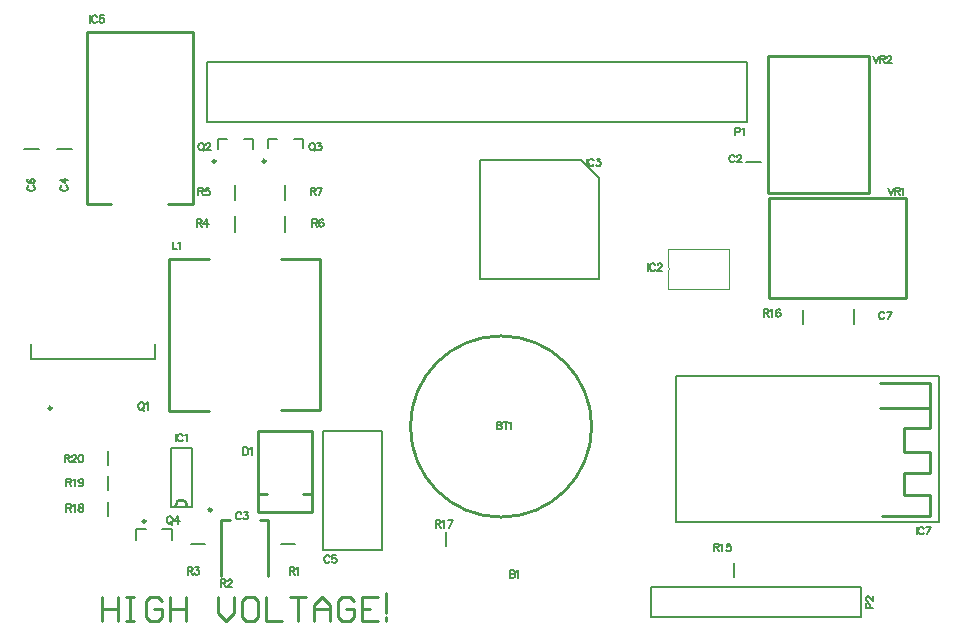
<source format=gto>
G04*
G04 #@! TF.GenerationSoftware,Altium Limited,Altium Designer,18.1.11 (251)*
G04*
G04 Layer_Color=65535*
%FSLAX25Y25*%
%MOIN*%
G70*
G01*
G75*
%ADD10C,0.00984*%
%ADD11C,0.01000*%
%ADD12C,0.00394*%
%ADD13C,0.00787*%
%ADD14C,0.00500*%
D10*
X287930Y336315D02*
G03*
X287930Y336315I-492J0D01*
G01*
X309941Y340154D02*
G03*
X309941Y340154I-492J0D01*
G01*
X311238Y456323D02*
G03*
X311238Y456323I-492J0D01*
G01*
X327906Y456374D02*
G03*
X327906Y456374I-492J0D01*
G01*
X256661Y374031D02*
G03*
X256661Y374031I-492J0D01*
G01*
D11*
X301685Y341600D02*
G03*
X298000Y341600I-1843J0D01*
G01*
X436620Y367922D02*
G03*
X436620Y367922I-30208J0D01*
G01*
X495665Y410626D02*
X541335D01*
X495665Y444091D02*
X541335D01*
Y410626D02*
Y444091D01*
X495665Y410626D02*
Y444091D01*
X340500Y345500D02*
X343500D01*
X325500D02*
X328500D01*
X343500Y339500D02*
Y366450D01*
X334000D02*
X343500D01*
X325500Y339500D02*
Y366450D01*
X334000D01*
X325500Y339500D02*
X343500D01*
X333000Y373303D02*
X346197D01*
X333000Y423803D02*
X346197D01*
Y373303D02*
Y423803D01*
X295803Y373197D02*
Y423697D01*
Y373197D02*
X309000D01*
X295803Y423697D02*
X309000D01*
X325921Y336752D02*
X328874D01*
Y318248D02*
Y336752D01*
X313126Y318248D02*
Y336752D01*
X316079D01*
X495476Y491270D02*
X528941D01*
X495476Y445601D02*
X528941D01*
Y491270D01*
X495476Y445601D02*
Y491270D01*
X268284Y442000D02*
Y499315D01*
X303716D02*
X303716Y442000D01*
X268284Y499315D02*
X303716D01*
X268284Y442000D02*
X276500D01*
X295500D02*
X303716D01*
X532874Y382492D02*
X549374D01*
Y367492D02*
Y382492D01*
X540874Y367492D02*
X549374D01*
X540874Y359492D02*
Y367492D01*
Y359492D02*
X549374D01*
Y352492D02*
Y359492D01*
X540874Y352492D02*
X549374D01*
X540874Y344992D02*
Y352492D01*
Y344992D02*
X549374D01*
Y337992D02*
Y344992D01*
X534374Y337992D02*
X549374D01*
X533374D02*
X534374D01*
X532874Y373992D02*
X549374D01*
X273500Y310997D02*
Y303000D01*
Y306999D01*
X278832D01*
Y310997D01*
Y303000D01*
X281497Y310997D02*
X284163D01*
X282830D01*
Y303000D01*
X281497D01*
X284163D01*
X293494Y309665D02*
X292161Y310997D01*
X289495D01*
X288162Y309665D01*
Y304333D01*
X289495Y303000D01*
X292161D01*
X293494Y304333D01*
Y306999D01*
X290828D01*
X296159Y310997D02*
Y303000D01*
Y306999D01*
X301491D01*
Y310997D01*
Y303000D01*
X312154Y310997D02*
Y305666D01*
X314820Y303000D01*
X317486Y305666D01*
Y310997D01*
X324150D02*
X321484D01*
X320152Y309665D01*
Y304333D01*
X321484Y303000D01*
X324150D01*
X325483Y304333D01*
Y309665D01*
X324150Y310997D01*
X328149D02*
Y303000D01*
X333481D01*
X336146Y310997D02*
X341478D01*
X338812D01*
Y303000D01*
X344144D02*
Y308332D01*
X346810Y310997D01*
X349475Y308332D01*
Y303000D01*
Y306999D01*
X344144D01*
X357473Y309665D02*
X356140Y310997D01*
X353474D01*
X352141Y309665D01*
Y304333D01*
X353474Y303000D01*
X356140D01*
X357473Y304333D01*
Y306999D01*
X354807D01*
X365470Y310997D02*
X360139D01*
Y303000D01*
X365470D01*
X360139Y306999D02*
X362804D01*
X368136Y305666D02*
Y312330D01*
Y304333D02*
Y303000D01*
D12*
X461984Y419789D02*
G03*
X461984Y421068I0J640D01*
G01*
Y413677D02*
Y419789D01*
Y421068D02*
Y427181D01*
X482457D01*
Y413677D02*
Y427181D01*
X461984Y413677D02*
X482457D01*
D13*
X507000Y402138D02*
Y406862D01*
X524000Y401941D02*
Y407059D01*
X388000Y328138D02*
Y332862D01*
X484000Y317638D02*
Y322362D01*
X293540Y333756D02*
X296690D01*
Y330213D02*
Y333756D01*
X284879D02*
X288028D01*
X284879Y330213D02*
Y333756D01*
X275500Y355016D02*
Y359740D01*
X275500Y346638D02*
Y351362D01*
X275500Y338138D02*
Y342862D01*
X303543Y341158D02*
Y360842D01*
X296457Y341158D02*
Y360842D01*
Y341158D02*
X303543D01*
X296457Y360842D02*
X303543D01*
X333138Y328878D02*
X337862D01*
X347158Y326618D02*
X357000D01*
X347158D02*
Y366382D01*
X366843D01*
Y326618D02*
Y366382D01*
X357000Y326618D02*
X366843D01*
X303138Y328878D02*
X307862D01*
X456500Y304500D02*
X526500D01*
Y314500D01*
X456500D02*
X526500D01*
X456500Y304500D02*
Y314500D01*
X464874Y384768D02*
X552374D01*
X464874Y336224D02*
Y384768D01*
Y336224D02*
X552374D01*
Y348360D02*
Y372632D01*
Y384768D01*
Y336224D02*
Y348992D01*
X487941Y456000D02*
X493059D01*
X320588Y463705D02*
X323738D01*
Y460555D02*
Y463705D01*
X311927D02*
X315076D01*
X311927Y460555D02*
Y463705D01*
X337256Y463756D02*
X340406D01*
Y460606D02*
Y463756D01*
X328594D02*
X331744D01*
X328594Y460606D02*
Y463756D01*
X317832Y443390D02*
Y448508D01*
X334500Y443390D02*
Y448508D01*
X317832Y432890D02*
Y438008D01*
X334500Y432890D02*
Y438008D01*
X258441Y460500D02*
X263559D01*
X247441D02*
X252559D01*
X308500Y469500D02*
Y489500D01*
X488500Y469500D02*
Y489500D01*
X308500Y469500D02*
X488500D01*
X308500Y489500D02*
X488500D01*
X399543Y456744D02*
X432988D01*
X399543Y417256D02*
Y456744D01*
Y417256D02*
X439032D01*
Y450701D01*
X432988Y456744D02*
X439032Y450701D01*
X249831Y390567D02*
Y395488D01*
Y390567D02*
X291169D01*
Y395488D01*
D14*
X534208Y405655D02*
X534089Y405893D01*
X533851Y406131D01*
X533613Y406250D01*
X533137D01*
X532899Y406131D01*
X532661Y405893D01*
X532542Y405655D01*
X532423Y405298D01*
Y404702D01*
X532542Y404345D01*
X532661Y404107D01*
X532899Y403869D01*
X533137Y403750D01*
X533613D01*
X533851Y403869D01*
X534089Y404107D01*
X534208Y404345D01*
X536577Y406250D02*
X535387Y403750D01*
X534911Y406250D02*
X536577D01*
X261000Y358500D02*
Y356000D01*
Y358500D02*
X262071D01*
X262428Y358380D01*
X262547Y358261D01*
X262666Y358023D01*
Y357785D01*
X262547Y357547D01*
X262428Y357428D01*
X262071Y357309D01*
X261000D01*
X261833D02*
X262666Y356000D01*
X263345Y357904D02*
Y358023D01*
X263464Y358261D01*
X263583Y358380D01*
X263821Y358500D01*
X264297D01*
X264535Y358380D01*
X264654Y358261D01*
X264773Y358023D01*
Y357785D01*
X264654Y357547D01*
X264416Y357190D01*
X263226Y356000D01*
X264892D01*
X266165Y358500D02*
X265809Y358380D01*
X265570Y358023D01*
X265451Y357428D01*
Y357071D01*
X265570Y356476D01*
X265809Y356119D01*
X266165Y356000D01*
X266404D01*
X266761Y356119D01*
X266999Y356476D01*
X267118Y357071D01*
Y357428D01*
X266999Y358023D01*
X266761Y358380D01*
X266404Y358500D01*
X266165D01*
X261500Y350500D02*
Y348000D01*
Y350500D02*
X262571D01*
X262928Y350380D01*
X263047Y350261D01*
X263166Y350023D01*
Y349785D01*
X263047Y349547D01*
X262928Y349428D01*
X262571Y349309D01*
X261500D01*
X262333D02*
X263166Y348000D01*
X263726Y350023D02*
X263964Y350142D01*
X264321Y350500D01*
Y348000D01*
X267106Y349666D02*
X266987Y349309D01*
X266749Y349071D01*
X266392Y348952D01*
X266273D01*
X265916Y349071D01*
X265678Y349309D01*
X265559Y349666D01*
Y349785D01*
X265678Y350142D01*
X265916Y350380D01*
X266273Y350500D01*
X266392D01*
X266749Y350380D01*
X266987Y350142D01*
X267106Y349666D01*
Y349071D01*
X266987Y348476D01*
X266749Y348119D01*
X266392Y348000D01*
X266154D01*
X265797Y348119D01*
X265678Y348357D01*
X261500Y342000D02*
Y339500D01*
Y342000D02*
X262571D01*
X262928Y341880D01*
X263047Y341761D01*
X263166Y341523D01*
Y341285D01*
X263047Y341047D01*
X262928Y340928D01*
X262571Y340809D01*
X261500D01*
X262333D02*
X263166Y339500D01*
X263726Y341523D02*
X263964Y341642D01*
X264321Y342000D01*
Y339500D01*
X266154Y342000D02*
X265797Y341880D01*
X265678Y341642D01*
Y341404D01*
X265797Y341166D01*
X266035Y341047D01*
X266511Y340928D01*
X266868Y340809D01*
X267106Y340571D01*
X267225Y340333D01*
Y339976D01*
X267106Y339738D01*
X266987Y339619D01*
X266630Y339500D01*
X266154D01*
X265797Y339619D01*
X265678Y339738D01*
X265559Y339976D01*
Y340333D01*
X265678Y340571D01*
X265916Y340809D01*
X266273Y340928D01*
X266749Y341047D01*
X266987Y341166D01*
X267106Y341404D01*
Y341642D01*
X266987Y341880D01*
X266630Y342000D01*
X266154D01*
X295714Y338000D02*
X295476Y337880D01*
X295238Y337642D01*
X295119Y337404D01*
X295000Y337047D01*
Y336452D01*
X295119Y336095D01*
X295238Y335857D01*
X295476Y335619D01*
X295714Y335500D01*
X296190D01*
X296428Y335619D01*
X296666Y335857D01*
X296785Y336095D01*
X296904Y336452D01*
Y337047D01*
X296785Y337404D01*
X296666Y337642D01*
X296428Y337880D01*
X296190Y338000D01*
X295714D01*
X296071Y335976D02*
X296785Y335262D01*
X298678Y338000D02*
X297488Y336333D01*
X299273D01*
X298678Y338000D02*
Y335500D01*
X384600Y336700D02*
Y334200D01*
Y336700D02*
X385671D01*
X386028Y336580D01*
X386147Y336461D01*
X386266Y336223D01*
Y335985D01*
X386147Y335747D01*
X386028Y335628D01*
X385671Y335509D01*
X384600D01*
X385433D02*
X386266Y334200D01*
X386826Y336223D02*
X387064Y336342D01*
X387421Y336700D01*
Y334200D01*
X390325Y336700D02*
X389135Y334200D01*
X388659Y336700D02*
X390325D01*
X494000Y406999D02*
Y404500D01*
Y406999D02*
X495071D01*
X495428Y406880D01*
X495547Y406761D01*
X495666Y406523D01*
Y406285D01*
X495547Y406047D01*
X495428Y405928D01*
X495071Y405809D01*
X494000D01*
X494833D02*
X495666Y404500D01*
X496226Y406523D02*
X496464Y406642D01*
X496821Y406999D01*
Y404500D01*
X499487Y406642D02*
X499368Y406880D01*
X499011Y406999D01*
X498773D01*
X498416Y406880D01*
X498178Y406523D01*
X498059Y405928D01*
Y405333D01*
X498178Y404857D01*
X498416Y404619D01*
X498773Y404500D01*
X498892D01*
X499249Y404619D01*
X499487Y404857D01*
X499606Y405214D01*
Y405333D01*
X499487Y405690D01*
X499249Y405928D01*
X498892Y406047D01*
X498773D01*
X498416Y405928D01*
X498178Y405690D01*
X498059Y405333D01*
X477400Y328900D02*
Y326400D01*
Y328900D02*
X478471D01*
X478828Y328780D01*
X478947Y328661D01*
X479066Y328423D01*
Y328185D01*
X478947Y327947D01*
X478828Y327828D01*
X478471Y327709D01*
X477400D01*
X478233D02*
X479066Y326400D01*
X479626Y328423D02*
X479864Y328542D01*
X480221Y328900D01*
Y326400D01*
X482887Y328900D02*
X481697D01*
X481578Y327828D01*
X481697Y327947D01*
X482054Y328066D01*
X482411D01*
X482768Y327947D01*
X483006Y327709D01*
X483125Y327352D01*
Y327114D01*
X483006Y326757D01*
X482768Y326519D01*
X482411Y326400D01*
X482054D01*
X481697Y326519D01*
X481578Y326638D01*
X481459Y326876D01*
X530500Y491500D02*
X531452Y489000D01*
X532404Y491500D02*
X531452Y489000D01*
X532726Y491500D02*
Y489000D01*
Y491500D02*
X533797D01*
X534154Y491380D01*
X534273Y491261D01*
X534392Y491023D01*
Y490785D01*
X534273Y490547D01*
X534154Y490428D01*
X533797Y490309D01*
X532726D01*
X533559D02*
X534392Y489000D01*
X535070Y490904D02*
Y491023D01*
X535189Y491261D01*
X535309Y491380D01*
X535546Y491500D01*
X536023D01*
X536261Y491380D01*
X536380Y491261D01*
X536499Y491023D01*
Y490785D01*
X536380Y490547D01*
X536142Y490190D01*
X534951Y489000D01*
X536618D01*
X435000Y457232D02*
Y454732D01*
X437309Y456637D02*
X437190Y456875D01*
X436952Y457113D01*
X436714Y457232D01*
X436238D01*
X436000Y457113D01*
X435762Y456875D01*
X435643Y456637D01*
X435524Y456280D01*
Y455685D01*
X435643Y455327D01*
X435762Y455089D01*
X436000Y454851D01*
X436238Y454732D01*
X436714D01*
X436952Y454851D01*
X437190Y455089D01*
X437309Y455327D01*
X438249Y457232D02*
X439559D01*
X438844Y456280D01*
X439201D01*
X439439Y456161D01*
X439559Y456042D01*
X439678Y455685D01*
Y455446D01*
X439559Y455089D01*
X439321Y454851D01*
X438963Y454732D01*
X438606D01*
X438249Y454851D01*
X438130Y454970D01*
X438011Y455208D01*
X484500Y466190D02*
X485571D01*
X485928Y466309D01*
X486047Y466428D01*
X486166Y466666D01*
Y467023D01*
X486047Y467261D01*
X485928Y467380D01*
X485571Y467499D01*
X484500D01*
Y465000D01*
X486726Y467023D02*
X486964Y467142D01*
X487321Y467499D01*
Y465000D01*
X535500Y447500D02*
X536452Y445000D01*
X537404Y447500D02*
X536452Y445000D01*
X537726Y447500D02*
Y445000D01*
Y447500D02*
X538797D01*
X539154Y447380D01*
X539273Y447261D01*
X539392Y447023D01*
Y446785D01*
X539273Y446547D01*
X539154Y446428D01*
X538797Y446309D01*
X537726D01*
X538559D02*
X539392Y445000D01*
X539951Y447023D02*
X540190Y447142D01*
X540547Y447500D01*
Y445000D01*
X343000Y447500D02*
Y445000D01*
Y447500D02*
X344071D01*
X344428Y447380D01*
X344547Y447261D01*
X344666Y447023D01*
Y446785D01*
X344547Y446547D01*
X344428Y446428D01*
X344071Y446309D01*
X343000D01*
X343833D02*
X344666Y445000D01*
X346892Y447500D02*
X345702Y445000D01*
X345226Y447500D02*
X346892D01*
X343500Y437000D02*
Y434500D01*
Y437000D02*
X344571D01*
X344928Y436880D01*
X345047Y436761D01*
X345166Y436523D01*
Y436285D01*
X345047Y436047D01*
X344928Y435928D01*
X344571Y435809D01*
X343500D01*
X344333D02*
X345166Y434500D01*
X347154Y436642D02*
X347035Y436880D01*
X346678Y437000D01*
X346440D01*
X346083Y436880D01*
X345845Y436523D01*
X345726Y435928D01*
Y435333D01*
X345845Y434857D01*
X346083Y434619D01*
X346440Y434500D01*
X346559D01*
X346916Y434619D01*
X347154Y434857D01*
X347273Y435214D01*
Y435333D01*
X347154Y435690D01*
X346916Y435928D01*
X346559Y436047D01*
X346440D01*
X346083Y435928D01*
X345845Y435690D01*
X345726Y435333D01*
X305500Y447500D02*
Y445000D01*
Y447500D02*
X306571D01*
X306928Y447380D01*
X307047Y447261D01*
X307166Y447023D01*
Y446785D01*
X307047Y446547D01*
X306928Y446428D01*
X306571Y446309D01*
X305500D01*
X306333D02*
X307166Y445000D01*
X309154Y447500D02*
X307964D01*
X307845Y446428D01*
X307964Y446547D01*
X308321Y446666D01*
X308678D01*
X309035Y446547D01*
X309273Y446309D01*
X309392Y445952D01*
Y445714D01*
X309273Y445357D01*
X309035Y445119D01*
X308678Y445000D01*
X308321D01*
X307964Y445119D01*
X307845Y445238D01*
X307726Y445476D01*
X305000Y437000D02*
Y434500D01*
Y437000D02*
X306071D01*
X306428Y436880D01*
X306547Y436761D01*
X306666Y436523D01*
Y436285D01*
X306547Y436047D01*
X306428Y435928D01*
X306071Y435809D01*
X305000D01*
X305833D02*
X306666Y434500D01*
X308416Y437000D02*
X307226Y435333D01*
X309011D01*
X308416Y437000D02*
Y434500D01*
X302000Y321000D02*
Y318500D01*
Y321000D02*
X303071D01*
X303428Y320880D01*
X303547Y320761D01*
X303666Y320523D01*
Y320285D01*
X303547Y320047D01*
X303428Y319928D01*
X303071Y319809D01*
X302000D01*
X302833D02*
X303666Y318500D01*
X304464Y321000D02*
X305773D01*
X305059Y320047D01*
X305416D01*
X305654Y319928D01*
X305773Y319809D01*
X305892Y319452D01*
Y319214D01*
X305773Y318857D01*
X305535Y318619D01*
X305178Y318500D01*
X304821D01*
X304464Y318619D01*
X304345Y318738D01*
X304226Y318976D01*
X313000Y317000D02*
Y314500D01*
Y317000D02*
X314071D01*
X314428Y316880D01*
X314547Y316761D01*
X314666Y316523D01*
Y316285D01*
X314547Y316047D01*
X314428Y315928D01*
X314071Y315809D01*
X313000D01*
X313833D02*
X314666Y314500D01*
X315345Y316404D02*
Y316523D01*
X315464Y316761D01*
X315583Y316880D01*
X315821Y317000D01*
X316297D01*
X316535Y316880D01*
X316654Y316761D01*
X316773Y316523D01*
Y316285D01*
X316654Y316047D01*
X316416Y315690D01*
X315226Y314500D01*
X316892D01*
X336000Y321000D02*
Y318500D01*
Y321000D02*
X337071D01*
X337428Y320880D01*
X337547Y320761D01*
X337666Y320523D01*
Y320285D01*
X337547Y320047D01*
X337428Y319928D01*
X337071Y319809D01*
X336000D01*
X336833D02*
X337666Y318500D01*
X338226Y320523D02*
X338464Y320642D01*
X338821Y321000D01*
Y318500D01*
X343214Y462500D02*
X342976Y462380D01*
X342738Y462142D01*
X342619Y461904D01*
X342500Y461547D01*
Y460952D01*
X342619Y460595D01*
X342738Y460357D01*
X342976Y460119D01*
X343214Y460000D01*
X343690D01*
X343928Y460119D01*
X344166Y460357D01*
X344285Y460595D01*
X344404Y460952D01*
Y461547D01*
X344285Y461904D01*
X344166Y462142D01*
X343928Y462380D01*
X343690Y462500D01*
X343214D01*
X343571Y460476D02*
X344285Y459762D01*
X345226Y462500D02*
X346535D01*
X345821Y461547D01*
X346178D01*
X346416Y461428D01*
X346535Y461309D01*
X346654Y460952D01*
Y460714D01*
X346535Y460357D01*
X346297Y460119D01*
X345940Y460000D01*
X345583D01*
X345226Y460119D01*
X345107Y460238D01*
X344988Y460476D01*
X306214Y462500D02*
X305976Y462380D01*
X305738Y462142D01*
X305619Y461904D01*
X305500Y461547D01*
Y460952D01*
X305619Y460595D01*
X305738Y460357D01*
X305976Y460119D01*
X306214Y460000D01*
X306690D01*
X306928Y460119D01*
X307166Y460357D01*
X307285Y460595D01*
X307404Y460952D01*
Y461547D01*
X307285Y461904D01*
X307166Y462142D01*
X306928Y462380D01*
X306690Y462500D01*
X306214D01*
X306571Y460476D02*
X307285Y459762D01*
X308107Y461904D02*
Y462023D01*
X308226Y462261D01*
X308345Y462380D01*
X308583Y462500D01*
X309059D01*
X309297Y462380D01*
X309416Y462261D01*
X309535Y462023D01*
Y461785D01*
X309416Y461547D01*
X309178Y461190D01*
X307988Y460000D01*
X309654D01*
X286214Y375999D02*
X285976Y375880D01*
X285738Y375642D01*
X285619Y375404D01*
X285500Y375047D01*
Y374452D01*
X285619Y374095D01*
X285738Y373857D01*
X285976Y373619D01*
X286214Y373500D01*
X286690D01*
X286928Y373619D01*
X287166Y373857D01*
X287285Y374095D01*
X287404Y374452D01*
Y375047D01*
X287285Y375404D01*
X287166Y375642D01*
X286928Y375880D01*
X286690Y375999D01*
X286214D01*
X286571Y373976D02*
X287285Y373262D01*
X287988Y375523D02*
X288226Y375642D01*
X288583Y375999D01*
Y373500D01*
X529310Y307500D02*
Y308571D01*
X529191Y308928D01*
X529072Y309047D01*
X528834Y309166D01*
X528477D01*
X528239Y309047D01*
X528120Y308928D01*
X528000Y308571D01*
Y307500D01*
X530500D01*
X528596Y309845D02*
X528477D01*
X528239Y309964D01*
X528120Y310083D01*
X528000Y310321D01*
Y310797D01*
X528120Y311035D01*
X528239Y311154D01*
X528477Y311273D01*
X528715D01*
X528953Y311154D01*
X529310Y310916D01*
X530500Y309726D01*
Y311392D01*
X297000Y429499D02*
Y427000D01*
X298428D01*
X298702Y429023D02*
X298940Y429142D01*
X299297Y429499D01*
Y427000D01*
X545000Y334492D02*
Y331992D01*
X547309Y333896D02*
X547190Y334135D01*
X546952Y334373D01*
X546714Y334492D01*
X546238D01*
X546000Y334373D01*
X545762Y334135D01*
X545643Y333896D01*
X545524Y333539D01*
Y332944D01*
X545643Y332587D01*
X545762Y332349D01*
X546000Y332111D01*
X546238Y331992D01*
X546714D01*
X546952Y332111D01*
X547190Y332349D01*
X547309Y332587D01*
X549678Y334492D02*
X548487Y331992D01*
X548011Y334492D02*
X549678D01*
X269500Y504999D02*
Y502500D01*
X271809Y504404D02*
X271690Y504642D01*
X271452Y504880D01*
X271214Y504999D01*
X270738D01*
X270500Y504880D01*
X270262Y504642D01*
X270143Y504404D01*
X270024Y504047D01*
Y503452D01*
X270143Y503095D01*
X270262Y502857D01*
X270500Y502619D01*
X270738Y502500D01*
X271214D01*
X271452Y502619D01*
X271690Y502857D01*
X271809Y503095D01*
X273939Y504999D02*
X272749D01*
X272630Y503928D01*
X272749Y504047D01*
X273106Y504166D01*
X273463D01*
X273820Y504047D01*
X274059Y503809D01*
X274178Y503452D01*
Y503214D01*
X274059Y502857D01*
X273820Y502619D01*
X273463Y502500D01*
X273106D01*
X272749Y502619D01*
X272630Y502738D01*
X272511Y502976D01*
X455500Y422288D02*
Y419789D01*
X457809Y421693D02*
X457690Y421931D01*
X457452Y422169D01*
X457214Y422288D01*
X456738D01*
X456500Y422169D01*
X456262Y421931D01*
X456143Y421693D01*
X456024Y421336D01*
Y420741D01*
X456143Y420384D01*
X456262Y420146D01*
X456500Y419908D01*
X456738Y419789D01*
X457214D01*
X457452Y419908D01*
X457690Y420146D01*
X457809Y420384D01*
X458630Y421693D02*
Y421812D01*
X458749Y422050D01*
X458868Y422169D01*
X459106Y422288D01*
X459583D01*
X459821Y422169D01*
X459939Y422050D01*
X460059Y421812D01*
Y421574D01*
X459939Y421336D01*
X459701Y420979D01*
X458511Y419789D01*
X460178D01*
X298000Y365499D02*
Y363000D01*
X300309Y364904D02*
X300190Y365142D01*
X299952Y365380D01*
X299714Y365499D01*
X299238D01*
X299000Y365380D01*
X298762Y365142D01*
X298643Y364904D01*
X298524Y364547D01*
Y363952D01*
X298643Y363595D01*
X298762Y363357D01*
X299000Y363119D01*
X299238Y363000D01*
X299714D01*
X299952Y363119D01*
X300190Y363357D01*
X300309Y363595D01*
X301011Y365023D02*
X301249Y365142D01*
X301606Y365499D01*
Y363000D01*
X320500Y360999D02*
Y358500D01*
Y360999D02*
X321333D01*
X321690Y360880D01*
X321928Y360642D01*
X322047Y360404D01*
X322166Y360047D01*
Y359452D01*
X322047Y359095D01*
X321928Y358857D01*
X321690Y358619D01*
X321333Y358500D01*
X320500D01*
X322726Y360523D02*
X322964Y360642D01*
X323321Y360999D01*
Y358500D01*
X249096Y448285D02*
X248858Y448166D01*
X248620Y447928D01*
X248500Y447690D01*
Y447214D01*
X248620Y446976D01*
X248858Y446738D01*
X249096Y446619D01*
X249453Y446500D01*
X250048D01*
X250405Y446619D01*
X250643Y446738D01*
X250881Y446976D01*
X251000Y447214D01*
Y447690D01*
X250881Y447928D01*
X250643Y448166D01*
X250405Y448285D01*
X248858Y450416D02*
X248620Y450297D01*
X248500Y449940D01*
Y449702D01*
X248620Y449345D01*
X248977Y449107D01*
X249572Y448988D01*
X250167D01*
X250643Y449107D01*
X250881Y449345D01*
X251000Y449702D01*
Y449821D01*
X250881Y450178D01*
X250643Y450416D01*
X250286Y450535D01*
X250167D01*
X249810Y450416D01*
X249572Y450178D01*
X249453Y449821D01*
Y449702D01*
X249572Y449345D01*
X249810Y449107D01*
X250167Y448988D01*
X349285Y324404D02*
X349166Y324642D01*
X348928Y324880D01*
X348690Y324999D01*
X348214D01*
X347976Y324880D01*
X347738Y324642D01*
X347619Y324404D01*
X347500Y324047D01*
Y323452D01*
X347619Y323095D01*
X347738Y322857D01*
X347976Y322619D01*
X348214Y322500D01*
X348690D01*
X348928Y322619D01*
X349166Y322857D01*
X349285Y323095D01*
X351416Y324999D02*
X350226D01*
X350107Y323928D01*
X350226Y324047D01*
X350583Y324166D01*
X350940D01*
X351297Y324047D01*
X351535Y323809D01*
X351654Y323452D01*
Y323214D01*
X351535Y322857D01*
X351297Y322619D01*
X350940Y322500D01*
X350583D01*
X350226Y322619D01*
X350107Y322738D01*
X349988Y322976D01*
X260096Y448285D02*
X259858Y448166D01*
X259620Y447928D01*
X259501Y447690D01*
Y447214D01*
X259620Y446976D01*
X259858Y446738D01*
X260096Y446619D01*
X260453Y446500D01*
X261048D01*
X261405Y446619D01*
X261643Y446738D01*
X261881Y446976D01*
X262000Y447214D01*
Y447690D01*
X261881Y447928D01*
X261643Y448166D01*
X261405Y448285D01*
X259501Y450178D02*
X261167Y448988D01*
Y450773D01*
X259501Y450178D02*
X262000D01*
X319785Y338904D02*
X319666Y339142D01*
X319428Y339380D01*
X319190Y339499D01*
X318714D01*
X318476Y339380D01*
X318238Y339142D01*
X318119Y338904D01*
X318000Y338547D01*
Y337952D01*
X318119Y337595D01*
X318238Y337357D01*
X318476Y337119D01*
X318714Y337000D01*
X319190D01*
X319428Y337119D01*
X319666Y337357D01*
X319785Y337595D01*
X320726Y339499D02*
X322035D01*
X321321Y338547D01*
X321678D01*
X321916Y338428D01*
X322035Y338309D01*
X322154Y337952D01*
Y337714D01*
X322035Y337357D01*
X321797Y337119D01*
X321440Y337000D01*
X321083D01*
X320726Y337119D01*
X320607Y337238D01*
X320488Y337476D01*
X484242Y457904D02*
X484123Y458142D01*
X483885Y458380D01*
X483647Y458499D01*
X483171D01*
X482933Y458380D01*
X482695Y458142D01*
X482576Y457904D01*
X482457Y457547D01*
Y456952D01*
X482576Y456595D01*
X482695Y456357D01*
X482933Y456119D01*
X483171Y456000D01*
X483647D01*
X483885Y456119D01*
X484123Y456357D01*
X484242Y456595D01*
X485063Y457904D02*
Y458023D01*
X485182Y458261D01*
X485301Y458380D01*
X485539Y458499D01*
X486016D01*
X486253Y458380D01*
X486373Y458261D01*
X486492Y458023D01*
Y457785D01*
X486373Y457547D01*
X486134Y457190D01*
X484944Y456000D01*
X486611D01*
X405000Y369499D02*
Y367000D01*
Y369499D02*
X406071D01*
X406428Y369380D01*
X406547Y369261D01*
X406666Y369023D01*
Y368785D01*
X406547Y368547D01*
X406428Y368428D01*
X406071Y368309D01*
X405000D02*
X406071D01*
X406428Y368190D01*
X406547Y368071D01*
X406666Y367833D01*
Y367476D01*
X406547Y367238D01*
X406428Y367119D01*
X406071Y367000D01*
X405000D01*
X408059Y369499D02*
Y367000D01*
X407226Y369499D02*
X408892D01*
X409190Y369023D02*
X409428Y369142D01*
X409785Y369499D01*
Y367000D01*
X409358Y320000D02*
Y317500D01*
Y320000D02*
X410429D01*
X410786Y319880D01*
X410906Y319761D01*
X411025Y319523D01*
Y319285D01*
X410906Y319047D01*
X410786Y318928D01*
X410429Y318809D01*
X409358D02*
X410429D01*
X410786Y318690D01*
X410906Y318571D01*
X411025Y318333D01*
Y317976D01*
X410906Y317738D01*
X410786Y317619D01*
X410429Y317500D01*
X409358D01*
X411584Y319523D02*
X411822Y319642D01*
X412179Y320000D01*
Y317500D01*
M02*

</source>
